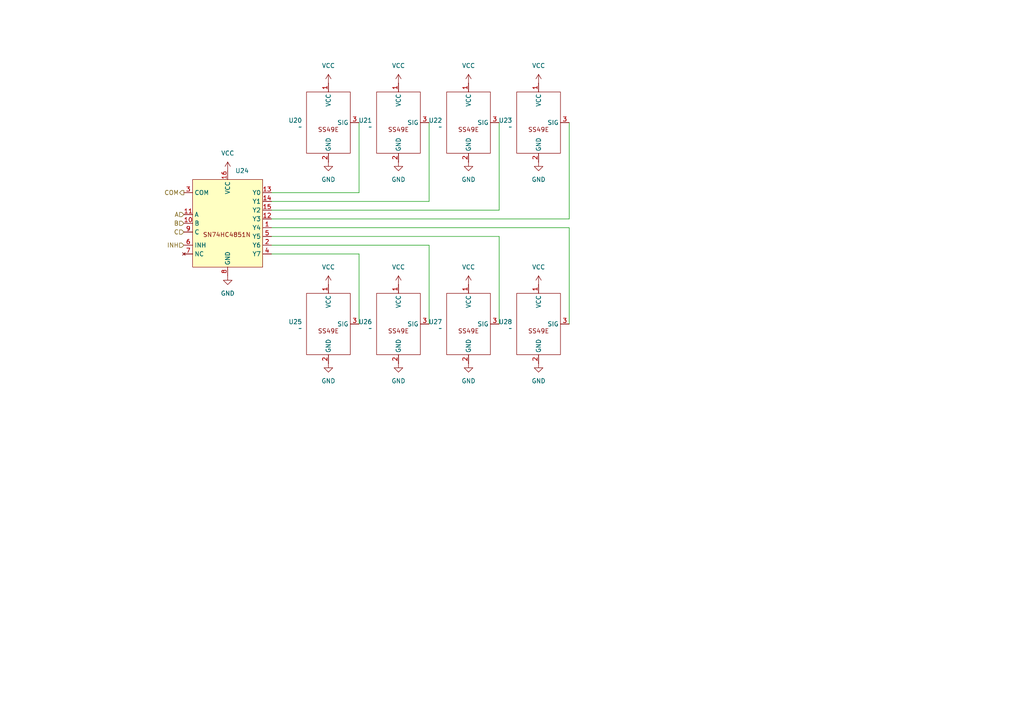
<source format=kicad_sch>
(kicad_sch (version 20231120) (generator "eeschema") (generator_version "8.0")
  (paper "A4")
  (lib_symbols
    (symbol "Project Library:SN74HC4851N"
      (property "Reference" "U" (at 0 0 0))
      (symbol "SN74HC4851N_1_1"
        (rectangle (start -10.16 12.7) (end 10.16 -12.7) (fill (type background)))
        (text "SN74HC4851N" (at -0.254 -3.302 0) (effects (font (size 1.27 1.27))))
        (pin input line (at 12.7 -1.27 180) (length 2.54) (name "Y4") (number "1"))
        (pin input line (at -12.7 0 0) (length 2.54) (name "B") (number "10"))
        (pin input line (at -12.7 2.54 0) (length 2.54) (name "A") (number "11"))
        (pin input line (at 12.7 1.27 180) (length 2.54) (name "Y3") (number "12"))
        (pin input line (at 12.7 8.89 180) (length 2.54) (name "Y0") (number "13"))
        (pin input line (at 12.7 6.35 180) (length 2.54) (name "Y1") (number "14"))
        (pin input line (at 12.7 3.81 180) (length 2.54) (name "Y2") (number "15"))
        (pin power_in line (at 0 15.24 270) (length 2.54) (name "VCC") (number "16"))
        (pin input line (at 12.7 -6.35 180) (length 2.54) (name "Y6") (number "2"))
        (pin output line (at -12.7 8.89 0) (length 2.54) (name "COM") (number "3"))
        (pin input line (at 12.7 -8.89 180) (length 2.54) (name "Y7") (number "4"))
        (pin input line (at 12.7 -3.81 180) (length 2.54) (name "Y5") (number "5"))
        (pin input line (at -12.7 -6.35 0) (length 2.54) (name "INH") (number "6"))
        (pin no_connect line (at -12.7 -8.89 0) (length 2.54) (name "NC") (number "7"))
        (pin power_in line (at 0 -15.24 90) (length 2.54) (name "GND") (number "8"))
        (pin input line (at -12.7 -2.54 0) (length 2.54) (name "C") (number "9"))
      )
    )
    (symbol "Project Library:SS49E"
      (property "Reference" "U" (at 0 0 0))
      (symbol "SS49E_0_1"
        (rectangle (start -6.35 8.89) (end 6.35 -8.89))
      )
      (symbol "SS49E_1_1"
        (text "SS49E" (at 0 -2.032 0) (effects (font (size 1.27 1.27))))
        (pin power_in line (at 0 11.43 270) (length 2.54) (name "VCC") (number "1"))
        (pin power_in line (at 0 -11.43 90) (length 2.54) (name "GND") (number "2"))
        (pin output line (at 8.89 0 180) (length 2.54) (name "SIG") (number "3"))
      )
    )
    (symbol "power:GND" (power) (pin_numbers hide) (pin_names (offset 0) hide)
      (property "Value" "GND" (at 0 -3.81 0))
      (symbol "GND_0_1"
        (polyline (pts (xy 0 0) (xy 0 -1.27) (xy 1.27 -1.27) (xy 0 -2.54) (xy -1.27 -1.27) (xy 0 -1.27)))
      )
      (symbol "GND_1_1"
        (pin power_in line (at 0 0 270) (length 0) (name "~") (number "1"))
      )
    )
    (symbol "power:VCC" (power) (pin_numbers hide) (pin_names (offset 0) hide)
      (property "Value" "VCC" (at 0 3.556 0))
      (symbol "VCC_0_1"
        (polyline (pts (xy -0.762 1.27) (xy 0 2.54)))
        (polyline (pts (xy 0 0) (xy 0 2.54)))
        (polyline (pts (xy 0 2.54) (xy 0.762 1.27)))
      )
      (symbol "VCC_1_1"
        (pin power_in line (at 0 0 90) (length 0) (name "~") (number "1"))
      )
    )
  )
  (wire (pts (xy 78.74 73.66) (xy 104.14 73.66)))
  (wire (pts (xy 124.46 71.12) (xy 78.74 71.12)))
  (wire (pts (xy 165.1 35.56) (xy 165.1 63.5)))
  (wire (pts (xy 144.78 68.58) (xy 78.74 68.58)))
  (wire (pts (xy 78.74 66.04) (xy 165.1 66.04)))
  (wire (pts (xy 78.74 55.88) (xy 104.14 55.88)))
  (wire (pts (xy 104.14 73.66) (xy 104.14 93.98)))
  (wire (pts (xy 144.78 35.56) (xy 144.78 60.96)))
  (wire (pts (xy 124.46 71.12) (xy 124.46 93.98)))
  (wire (pts (xy 78.74 63.5) (xy 165.1 63.5)))
  (wire (pts (xy 104.14 55.88) (xy 104.14 35.56)))
  (wire (pts (xy 144.78 68.58) (xy 144.78 93.98)))
  (wire (pts (xy 78.74 60.96) (xy 144.78 60.96)))
  (wire (pts (xy 124.46 35.56) (xy 124.46 58.42)))
  (wire (pts (xy 78.74 58.42) (xy 124.46 58.42)))
  (wire (pts (xy 165.1 66.04) (xy 165.1 93.98)))
  (hierarchical_label "A" (shape input) (at 53.34 62.23 180))
  (hierarchical_label "C" (shape input) (at 53.34 67.31 180))
  (hierarchical_label "COM" (shape output) (at 53.34 55.88 180))
  (hierarchical_label "INH" (shape input) (at 53.34 71.12 180))
  (hierarchical_label "B" (shape input) (at 53.34 64.77 180))
  (symbol (lib_id "power:GND") (at 156.21 105.41 0) (unit 1)
    (property "Reference" "#PWR063" (effects (hide yes)))
    (property "Value" "GND" (at 156.21 110.49 0))
    (property "Description" "Power symbol creates a global label with name \"GND\" , ground" (effects (hide yes)))
    (instances (project "Chessboard Hardware" (path "" (reference "#PWR063") (unit 1)) (path "" (reference "#PWR099") (unit 1)) (path "" (reference "#PWR081") (unit 1)) (path "" (reference "#PWR0153") (unit 1)) (path "" (reference "#PWR045") (unit 1)) (path "" (reference "#PWR0135") (unit 1)) (path "" (reference "#PWR027") (unit 1)) (path "" (reference "#PWR0117") (unit 1))))
  )
  (symbol (lib_id "Project Library:SS49E") (at 156.21 35.56 0) (unit 1)
    (property "Reference" "U23" (at 148.59 34.9249 0) (effects (justify right)))
    (property "Value" "~" (at 148.59 36.83 0) (effects (justify right)))
    (property "Footprint" "Project Library:SS49E" (effects (hide yes)))
    (property "Datasheet" "https://prod-edam.honeywell.com/content/dam/honeywell-edam/sps/siot/en-us/products/sensors/magnetic-sensors/linear-and-angle-sensor-ics/common/documents/sps-siot-ss39et-ss49e-ss59et-product-sheet-005850-3-en-ciid-50359.pdf" (effects (hide yes)))
    (property "Description" "SENSOR HALL ANALOG RADIAL LEAD" (effects (hide yes)))
    (instances (project "Chessboard Hardware" (path "" (reference "U23") (unit 1)) (path "" (reference "U41") (unit 1)) (path "" (reference "U32") (unit 1)) (path "" (reference "U68") (unit 1)) (path "" (reference "U14") (unit 1)) (path "" (reference "U59") (unit 1)) (path "" (reference "U5") (unit 1)) (path "" (reference "U50") (unit 1))))
  )
  (symbol (lib_id "Project Library:SS49E") (at 156.21 93.98 0) (unit 1)
    (property "Reference" "U28" (at 148.59 93.3449 0) (effects (justify right)))
    (property "Value" "~" (at 148.59 95.25 0) (effects (justify right)))
    (property "Footprint" "Project Library:SS49E" (effects (hide yes)))
    (property "Datasheet" "https://prod-edam.honeywell.com/content/dam/honeywell-edam/sps/siot/en-us/products/sensors/magnetic-sensors/linear-and-angle-sensor-ics/common/documents/sps-siot-ss39et-ss49e-ss59et-product-sheet-005850-3-en-ciid-50359.pdf" (effects (hide yes)))
    (property "Description" "SENSOR HALL ANALOG RADIAL LEAD" (effects (hide yes)))
    (instances (project "Chessboard Hardware" (path "" (reference "U28") (unit 1)) (path "" (reference "U46") (unit 1)) (path "" (reference "U37") (unit 1)) (path "" (reference "U73") (unit 1)) (path "" (reference "U19") (unit 1)) (path "" (reference "U64") (unit 1)) (path "" (reference "U10") (unit 1)) (path "" (reference "U55") (unit 1))))
  )
  (symbol (lib_id "Project Library:SS49E") (at 115.57 35.56 0) (unit 1)
    (property "Reference" "U21" (at 107.95 34.9249 0) (effects (justify right)))
    (property "Value" "~" (at 107.95 36.83 0) (effects (justify right)))
    (property "Footprint" "Project Library:SS49E" (effects (hide yes)))
    (property "Datasheet" "https://prod-edam.honeywell.com/content/dam/honeywell-edam/sps/siot/en-us/products/sensors/magnetic-sensors/linear-and-angle-sensor-ics/common/documents/sps-siot-ss39et-ss49e-ss59et-product-sheet-005850-3-en-ciid-50359.pdf" (effects (hide yes)))
    (property "Description" "SENSOR HALL ANALOG RADIAL LEAD" (effects (hide yes)))
    (instances (project "Chessboard Hardware" (path "" (reference "U21") (unit 1)) (path "" (reference "U39") (unit 1)) (path "" (reference "U30") (unit 1)) (path "" (reference "U66") (unit 1)) (path "" (reference "U12") (unit 1)) (path "" (reference "U57") (unit 1)) (path "" (reference "U3") (unit 1)) (path "" (reference "U48") (unit 1))))
  )
  (symbol (lib_id "power:GND") (at 135.89 46.99 0) (unit 1)
    (property "Reference" "#PWR052" (effects (hide yes)))
    (property "Value" "GND" (at 135.89 52.07 0))
    (property "Description" "Power symbol creates a global label with name \"GND\" , ground" (effects (hide yes)))
    (instances (project "Chessboard Hardware" (path "" (reference "#PWR052") (unit 1)) (path "" (reference "#PWR088") (unit 1)) (path "" (reference "#PWR070") (unit 1)) (path "" (reference "#PWR0142") (unit 1)) (path "" (reference "#PWR034") (unit 1)) (path "" (reference "#PWR0124") (unit 1)) (path "" (reference "#PWR016") (unit 1)) (path "" (reference "#PWR0106") (unit 1))))
  )
  (symbol (lib_id "Project Library:SN74HC4851N") (at 66.04 64.77 0) (unit 1)
    (property "Reference" "U24" (at 68.2341 49.53 0) (effects (justify left)))
    (property "Footprint" "Package_DIP:DIP-16_W7.62mm" (effects (hide yes)))
    (property "Datasheet" "https://www.ti.com/lit/ds/scls542b/scls542b.pdf" (effects (hide yes)))
    (property "Description" "IC MUX 8:1 195OHM 16DIP" (effects (hide yes)))
    (instances (project "Chessboard Hardware" (path "" (reference "U24") (unit 1)) (path "" (reference "U42") (unit 1)) (path "" (reference "U33") (unit 1)) (path "" (reference "U69") (unit 1)) (path "" (reference "U15") (unit 1)) (path "" (reference "U60") (unit 1)) (path "" (reference "U6") (unit 1)) (path "" (reference "U51") (unit 1))))
  )
  (symbol (lib_id "Project Library:SS49E") (at 95.25 93.98 0) (unit 1)
    (property "Reference" "U25" (at 87.63 93.3449 0) (effects (justify right)))
    (property "Value" "~" (at 87.63 95.25 0) (effects (justify right)))
    (property "Footprint" "Project Library:SS49E" (effects (hide yes)))
    (property "Datasheet" "https://prod-edam.honeywell.com/content/dam/honeywell-edam/sps/siot/en-us/products/sensors/magnetic-sensors/linear-and-angle-sensor-ics/common/documents/sps-siot-ss39et-ss49e-ss59et-product-sheet-005850-3-en-ciid-50359.pdf" (effects (hide yes)))
    (property "Description" "SENSOR HALL ANALOG RADIAL LEAD" (effects (hide yes)))
    (instances (project "Chessboard Hardware" (path "" (reference "U25") (unit 1)) (path "" (reference "U43") (unit 1)) (path "" (reference "U34") (unit 1)) (path "" (reference "U70") (unit 1)) (path "" (reference "U16") (unit 1)) (path "" (reference "U61") (unit 1)) (path "" (reference "U7") (unit 1)) (path "" (reference "U52") (unit 1))))
  )
  (symbol (lib_id "power:VCC") (at 66.04 49.53 0) (unit 1)
    (property "Reference" "#PWR054" (effects (hide yes)))
    (property "Value" "VCC" (at 66.04 44.45 0))
    (property "Description" "Power symbol creates a global label with name \"VCC\"" (effects (hide yes)))
    (instances (project "Chessboard Hardware" (path "" (reference "#PWR054") (unit 1)) (path "" (reference "#PWR090") (unit 1)) (path "" (reference "#PWR072") (unit 1)) (path "" (reference "#PWR0144") (unit 1)) (path "" (reference "#PWR036") (unit 1)) (path "" (reference "#PWR0126") (unit 1)) (path "" (reference "#PWR018") (unit 1)) (path "" (reference "#PWR0108") (unit 1))))
  )
  (symbol (lib_id "power:VCC") (at 135.89 24.13 0) (unit 1)
    (property "Reference" "#PWR048" (effects (hide yes)))
    (property "Value" "VCC" (at 135.89 19.05 0))
    (property "Description" "Power symbol creates a global label with name \"VCC\"" (effects (hide yes)))
    (instances (project "Chessboard Hardware" (path "" (reference "#PWR048") (unit 1)) (path "" (reference "#PWR084") (unit 1)) (path "" (reference "#PWR066") (unit 1)) (path "" (reference "#PWR0138") (unit 1)) (path "" (reference "#PWR030") (unit 1)) (path "" (reference "#PWR0120") (unit 1)) (path "" (reference "#PWR012") (unit 1)) (path "" (reference "#PWR0102") (unit 1))))
  )
  (symbol (lib_id "power:GND") (at 135.89 105.41 0) (unit 1)
    (property "Reference" "#PWR062" (effects (hide yes)))
    (property "Value" "GND" (at 135.89 110.49 0))
    (property "Description" "Power symbol creates a global label with name \"GND\" , ground" (effects (hide yes)))
    (instances (project "Chessboard Hardware" (path "" (reference "#PWR062") (unit 1)) (path "" (reference "#PWR098") (unit 1)) (path "" (reference "#PWR080") (unit 1)) (path "" (reference "#PWR0152") (unit 1)) (path "" (reference "#PWR044") (unit 1)) (path "" (reference "#PWR0134") (unit 1)) (path "" (reference "#PWR026") (unit 1)) (path "" (reference "#PWR0116") (unit 1))))
  )
  (symbol (lib_id "power:VCC") (at 115.57 24.13 0) (unit 1)
    (property "Reference" "#PWR047" (effects (hide yes)))
    (property "Value" "VCC" (at 115.57 19.05 0))
    (property "Description" "Power symbol creates a global label with name \"VCC\"" (effects (hide yes)))
    (instances (project "Chessboard Hardware" (path "" (reference "#PWR047") (unit 1)) (path "" (reference "#PWR083") (unit 1)) (path "" (reference "#PWR065") (unit 1)) (path "" (reference "#PWR0137") (unit 1)) (path "" (reference "#PWR029") (unit 1)) (path "" (reference "#PWR0119") (unit 1)) (path "" (reference "#PWR011") (unit 1)) (path "" (reference "#PWR0101") (unit 1))))
  )
  (symbol (lib_id "power:VCC") (at 156.21 82.55 0) (unit 1)
    (property "Reference" "#PWR059" (effects (hide yes)))
    (property "Value" "VCC" (at 156.21 77.47 0))
    (property "Description" "Power symbol creates a global label with name \"VCC\"" (effects (hide yes)))
    (instances (project "Chessboard Hardware" (path "" (reference "#PWR059") (unit 1)) (path "" (reference "#PWR095") (unit 1)) (path "" (reference "#PWR077") (unit 1)) (path "" (reference "#PWR0149") (unit 1)) (path "" (reference "#PWR041") (unit 1)) (path "" (reference "#PWR0131") (unit 1)) (path "" (reference "#PWR023") (unit 1)) (path "" (reference "#PWR0113") (unit 1))))
  )
  (symbol (lib_id "power:VCC") (at 135.89 82.55 0) (unit 1)
    (property "Reference" "#PWR058" (effects (hide yes)))
    (property "Value" "VCC" (at 135.89 77.47 0))
    (property "Description" "Power symbol creates a global label with name \"VCC\"" (effects (hide yes)))
    (instances (project "Chessboard Hardware" (path "" (reference "#PWR058") (unit 1)) (path "" (reference "#PWR094") (unit 1)) (path "" (reference "#PWR076") (unit 1)) (path "" (reference "#PWR0148") (unit 1)) (path "" (reference "#PWR040") (unit 1)) (path "" (reference "#PWR0130") (unit 1)) (path "" (reference "#PWR022") (unit 1)) (path "" (reference "#PWR0112") (unit 1))))
  )
  (symbol (lib_id "power:VCC") (at 115.57 82.55 0) (unit 1)
    (property "Reference" "#PWR057" (effects (hide yes)))
    (property "Value" "VCC" (at 115.57 77.47 0))
    (property "Description" "Power symbol creates a global label with name \"VCC\"" (effects (hide yes)))
    (instances (project "Chessboard Hardware" (path "" (reference "#PWR057") (unit 1)) (path "" (reference "#PWR093") (unit 1)) (path "" (reference "#PWR075") (unit 1)) (path "" (reference "#PWR0147") (unit 1)) (path "" (reference "#PWR039") (unit 1)) (path "" (reference "#PWR0129") (unit 1)) (path "" (reference "#PWR021") (unit 1)) (path "" (reference "#PWR0111") (unit 1))))
  )
  (symbol (lib_id "power:VCC") (at 95.25 24.13 0) (unit 1)
    (property "Reference" "#PWR046" (effects (hide yes)))
    (property "Value" "VCC" (at 95.25 19.05 0))
    (property "Description" "Power symbol creates a global label with name \"VCC\"" (effects (hide yes)))
    (instances (project "Chessboard Hardware" (path "" (reference "#PWR046") (unit 1)) (path "" (reference "#PWR082") (unit 1)) (path "" (reference "#PWR064") (unit 1)) (path "" (reference "#PWR0136") (unit 1)) (path "" (reference "#PWR028") (unit 1)) (path "" (reference "#PWR0118") (unit 1)) (path "" (reference "#PWR010") (unit 1)) (path "" (reference "#PWR0100") (unit 1))))
  )
  (symbol (lib_id "power:VCC") (at 156.21 24.13 0) (unit 1)
    (property "Reference" "#PWR049" (effects (hide yes)))
    (property "Value" "VCC" (at 156.21 19.05 0))
    (property "Description" "Power symbol creates a global label with name \"VCC\"" (effects (hide yes)))
    (instances (project "Chessboard Hardware" (path "" (reference "#PWR049") (unit 1)) (path "" (reference "#PWR085") (unit 1)) (path "" (reference "#PWR067") (unit 1)) (path "" (reference "#PWR0139") (unit 1)) (path "" (reference "#PWR031") (unit 1)) (path "" (reference "#PWR0121") (unit 1)) (path "" (reference "#PWR013") (unit 1)) (path "" (reference "#PWR0103") (unit 1))))
  )
  (symbol (lib_id "power:GND") (at 115.57 105.41 0) (unit 1)
    (property "Reference" "#PWR061" (effects (hide yes)))
    (property "Value" "GND" (at 115.57 110.49 0))
    (property "Description" "Power symbol creates a global label with name \"GND\" , ground" (effects (hide yes)))
    (instances (project "Chessboard Hardware" (path "" (reference "#PWR061") (unit 1)) (path "" (reference "#PWR097") (unit 1)) (path "" (reference "#PWR079") (unit 1)) (path "" (reference "#PWR0151") (unit 1)) (path "" (reference "#PWR043") (unit 1)) (path "" (reference "#PWR0133") (unit 1)) (path "" (reference "#PWR025") (unit 1)) (path "" (reference "#PWR0115") (unit 1))))
  )
  (symbol (lib_id "Project Library:SS49E") (at 135.89 35.56 0) (unit 1)
    (property "Reference" "U22" (at 128.27 34.9249 0) (effects (justify right)))
    (property "Value" "~" (at 128.27 36.83 0) (effects (justify right)))
    (property "Footprint" "Project Library:SS49E" (effects (hide yes)))
    (property "Datasheet" "https://prod-edam.honeywell.com/content/dam/honeywell-edam/sps/siot/en-us/products/sensors/magnetic-sensors/linear-and-angle-sensor-ics/common/documents/sps-siot-ss39et-ss49e-ss59et-product-sheet-005850-3-en-ciid-50359.pdf" (effects (hide yes)))
    (property "Description" "SENSOR HALL ANALOG RADIAL LEAD" (effects (hide yes)))
    (instances (project "Chessboard Hardware" (path "" (reference "U22") (unit 1)) (path "" (reference "U40") (unit 1)) (path "" (reference "U31") (unit 1)) (path "" (reference "U67") (unit 1)) (path "" (reference "U13") (unit 1)) (path "" (reference "U58") (unit 1)) (path "" (reference "U4") (unit 1)) (path "" (reference "U49") (unit 1))))
  )
  (symbol (lib_id "power:VCC") (at 95.25 82.55 0) (unit 1)
    (property "Reference" "#PWR056" (effects (hide yes)))
    (property "Value" "VCC" (at 95.25 77.47 0))
    (property "Description" "Power symbol creates a global label with name \"VCC\"" (effects (hide yes)))
    (instances (project "Chessboard Hardware" (path "" (reference "#PWR056") (unit 1)) (path "" (reference "#PWR092") (unit 1)) (path "" (reference "#PWR074") (unit 1)) (path "" (reference "#PWR0146") (unit 1)) (path "" (reference "#PWR038") (unit 1)) (path "" (reference "#PWR0128") (unit 1)) (path "" (reference "#PWR020") (unit 1)) (path "" (reference "#PWR0110") (unit 1))))
  )
  (symbol (lib_id "power:GND") (at 95.25 46.99 0) (unit 1)
    (property "Reference" "#PWR050" (effects (hide yes)))
    (property "Value" "GND" (at 95.25 52.07 0))
    (property "Description" "Power symbol creates a global label with name \"GND\" , ground" (effects (hide yes)))
    (instances (project "Chessboard Hardware" (path "" (reference "#PWR050") (unit 1)) (path "" (reference "#PWR086") (unit 1)) (path "" (reference "#PWR068") (unit 1)) (path "" (reference "#PWR0140") (unit 1)) (path "" (reference "#PWR032") (unit 1)) (path "" (reference "#PWR0122") (unit 1)) (path "" (reference "#PWR014") (unit 1)) (path "" (reference "#PWR0104") (unit 1))))
  )
  (symbol (lib_id "Project Library:SS49E") (at 135.89 93.98 0) (unit 1)
    (property "Reference" "U27" (at 128.27 93.3449 0) (effects (justify right)))
    (property "Value" "~" (at 128.27 95.25 0) (effects (justify right)))
    (property "Footprint" "Project Library:SS49E" (effects (hide yes)))
    (property "Datasheet" "https://prod-edam.honeywell.com/content/dam/honeywell-edam/sps/siot/en-us/products/sensors/magnetic-sensors/linear-and-angle-sensor-ics/common/documents/sps-siot-ss39et-ss49e-ss59et-product-sheet-005850-3-en-ciid-50359.pdf" (effects (hide yes)))
    (property "Description" "SENSOR HALL ANALOG RADIAL LEAD" (effects (hide yes)))
    (instances (project "Chessboard Hardware" (path "" (reference "U27") (unit 1)) (path "" (reference "U45") (unit 1)) (path "" (reference "U36") (unit 1)) (path "" (reference "U72") (unit 1)) (path "" (reference "U18") (unit 1)) (path "" (reference "U63") (unit 1)) (path "" (reference "U9") (unit 1)) (path "" (reference "U54") (unit 1))))
  )
  (symbol (lib_id "power:GND") (at 156.21 46.99 0) (unit 1)
    (property "Reference" "#PWR053" (effects (hide yes)))
    (property "Value" "GND" (at 156.21 52.07 0))
    (property "Description" "Power symbol creates a global label with name \"GND\" , ground" (effects (hide yes)))
    (instances (project "Chessboard Hardware" (path "" (reference "#PWR053") (unit 1)) (path "" (reference "#PWR089") (unit 1)) (path "" (reference "#PWR071") (unit 1)) (path "" (reference "#PWR0143") (unit 1)) (path "" (reference "#PWR035") (unit 1)) (path "" (reference "#PWR0125") (unit 1)) (path "" (reference "#PWR017") (unit 1)) (path "" (reference "#PWR0107") (unit 1))))
  )
  (symbol (lib_id "power:GND") (at 66.04 80.01 0) (unit 1)
    (property "Reference" "#PWR055" (effects (hide yes)))
    (property "Value" "GND" (at 66.04 85.09 0))
    (property "Description" "Power symbol creates a global label with name \"GND\" , ground" (effects (hide yes)))
    (instances (project "Chessboard Hardware" (path "" (reference "#PWR055") (unit 1)) (path "" (reference "#PWR091") (unit 1)) (path "" (reference "#PWR073") (unit 1)) (path "" (reference "#PWR0145") (unit 1)) (path "" (reference "#PWR037") (unit 1)) (path "" (reference "#PWR0127") (unit 1)) (path "" (reference "#PWR019") (unit 1)) (path "" (reference "#PWR0109") (unit 1))))
  )
  (symbol (lib_id "power:GND") (at 115.57 46.99 0) (unit 1)
    (property "Reference" "#PWR051" (effects (hide yes)))
    (property "Value" "GND" (at 115.57 52.07 0))
    (property "Description" "Power symbol creates a global label with name \"GND\" , ground" (effects (hide yes)))
    (instances (project "Chessboard Hardware" (path "" (reference "#PWR051") (unit 1)) (path "" (reference "#PWR087") (unit 1)) (path "" (reference "#PWR069") (unit 1)) (path "" (reference "#PWR0141") (unit 1)) (path "" (reference "#PWR033") (unit 1)) (path "" (reference "#PWR0123") (unit 1)) (path "" (reference "#PWR015") (unit 1)) (path "" (reference "#PWR0105") (unit 1))))
  )
  (symbol (lib_id "Project Library:SS49E") (at 115.57 93.98 0) (unit 1)
    (property "Reference" "U26" (at 107.95 93.3449 0) (effects (justify right)))
    (property "Value" "~" (at 107.95 95.25 0) (effects (justify right)))
    (property "Footprint" "Project Library:SS49E" (effects (hide yes)))
    (property "Datasheet" "https://prod-edam.honeywell.com/content/dam/honeywell-edam/sps/siot/en-us/products/sensors/magnetic-sensors/linear-and-angle-sensor-ics/common/documents/sps-siot-ss39et-ss49e-ss59et-product-sheet-005850-3-en-ciid-50359.pdf" (effects (hide yes)))
    (property "Description" "SENSOR HALL ANALOG RADIAL LEAD" (effects (hide yes)))
    (instances (project "Chessboard Hardware" (path "" (reference "U26") (unit 1)) (path "" (reference "U44") (unit 1)) (path "" (reference "U35") (unit 1)) (path "" (reference "U71") (unit 1)) (path "" (reference "U17") (unit 1)) (path "" (reference "U62") (unit 1)) (path "" (reference "U8") (unit 1)) (path "" (reference "U53") (unit 1))))
  )
  (symbol (lib_id "power:GND") (at 95.25 105.41 0) (unit 1)
    (property "Reference" "#PWR060" (effects (hide yes)))
    (property "Value" "GND" (at 95.25 110.49 0))
    (property "Description" "Power symbol creates a global label with name \"GND\" , ground" (effects (hide yes)))
    (instances (project "Chessboard Hardware" (path "" (reference "#PWR060") (unit 1)) (path "" (reference "#PWR096") (unit 1)) (path "" (reference "#PWR078") (unit 1)) (path "" (reference "#PWR0150") (unit 1)) (path "" (reference "#PWR042") (unit 1)) (path "" (reference "#PWR0132") (unit 1)) (path "" (reference "#PWR024") (unit 1)) (path "" (reference "#PWR0114") (unit 1))))
  )
  (symbol (lib_id "Project Library:SS49E") (at 95.25 35.56 0) (unit 1)
    (property "Reference" "U20" (at 87.63 34.9249 0) (effects (justify right)))
    (property "Value" "~" (at 87.63 36.83 0) (effects (justify right)))
    (property "Footprint" "Project Library:SS49E" (effects (hide yes)))
    (property "Datasheet" "https://prod-edam.honeywell.com/content/dam/honeywell-edam/sps/siot/en-us/products/sensors/magnetic-sensors/linear-and-angle-sensor-ics/common/documents/sps-siot-ss39et-ss49e-ss59et-product-sheet-005850-3-en-ciid-50359.pdf" (effects (hide yes)))
    (property "Description" "SENSOR HALL ANALOG RADIAL LEAD" (effects (hide yes)))
    (instances (project "Chessboard Hardware" (path "" (reference "U20") (unit 1)) (path "" (reference "U38") (unit 1)) (path "" (reference "U29") (unit 1)) (path "" (reference "U65") (unit 1)) (path "" (reference "U11") (unit 1)) (path "" (reference "U56") (unit 1)) (path "" (reference "U2") (unit 1)) (path "" (reference "U47") (unit 1))))
  )
)
</source>
